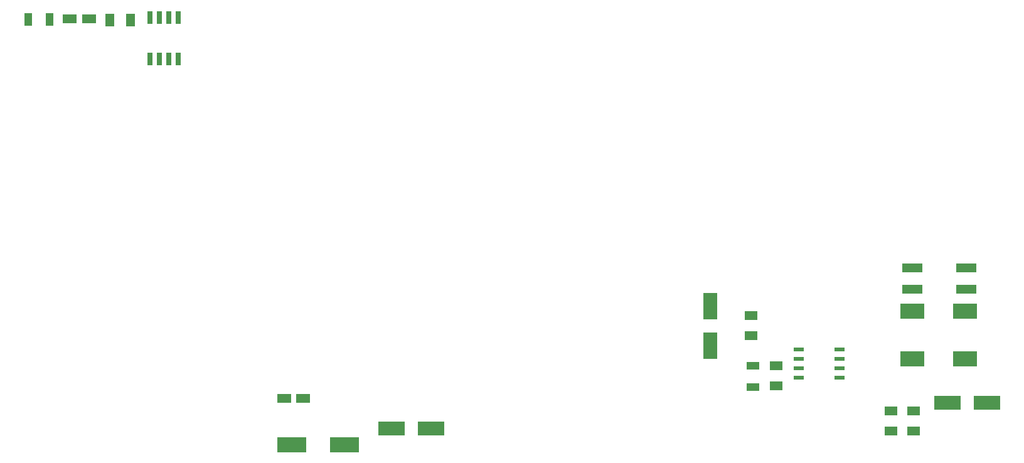
<source format=gtp>
G04*
G04 #@! TF.GenerationSoftware,Altium Limited,Altium Designer,19.1.5 (86)*
G04*
G04 Layer_Color=8421504*
%FSLAX25Y25*%
%MOIN*%
G70*
G01*
G75*
%ADD16R,0.07284X0.13976*%
%ADD17R,0.15748X0.07874*%
%ADD18R,0.07284X0.04921*%
%ADD19R,0.06922X0.05140*%
%ADD20R,0.12598X0.07874*%
%ADD21R,0.10851X0.04547*%
%ADD22R,0.05728X0.02362*%
%ADD23R,0.06741X0.04166*%
%ADD24R,0.13976X0.07284*%
%ADD25R,0.02559X0.06890*%
%ADD26R,0.05136X0.07111*%
%ADD27R,0.04166X0.06741*%
D16*
X434842Y130472D02*
D03*
Y109606D02*
D03*
D17*
X240354Y57087D02*
D03*
X212402D02*
D03*
D18*
X208366Y81496D02*
D03*
X218406D02*
D03*
X104547Y283209D02*
D03*
X94508D02*
D03*
D19*
X456378Y125655D02*
D03*
Y114818D02*
D03*
X469764Y88282D02*
D03*
Y99120D02*
D03*
X542835Y64148D02*
D03*
Y74986D02*
D03*
X530669Y64148D02*
D03*
Y74986D02*
D03*
D20*
X570079Y102736D02*
D03*
Y127972D02*
D03*
X542126Y127953D02*
D03*
Y102717D02*
D03*
D21*
X570827Y151114D02*
D03*
Y139495D02*
D03*
X542067Y151114D02*
D03*
Y139495D02*
D03*
D22*
X481806Y107658D02*
D03*
Y102657D02*
D03*
Y97658D02*
D03*
Y92658D02*
D03*
X503234D02*
D03*
Y97658D02*
D03*
Y102657D02*
D03*
Y107658D02*
D03*
D23*
X457283Y99004D02*
D03*
Y87768D02*
D03*
D24*
X560748Y79393D02*
D03*
X581614D02*
D03*
X286221Y65748D02*
D03*
X265354D02*
D03*
D25*
X152146Y283898D02*
D03*
X147146D02*
D03*
X142146D02*
D03*
X137146D02*
D03*
X152146Y261850D02*
D03*
X147146D02*
D03*
X142146D02*
D03*
X137146D02*
D03*
D26*
X115548Y282761D02*
D03*
X126578D02*
D03*
D27*
X83649Y283086D02*
D03*
X72413D02*
D03*
M02*

</source>
